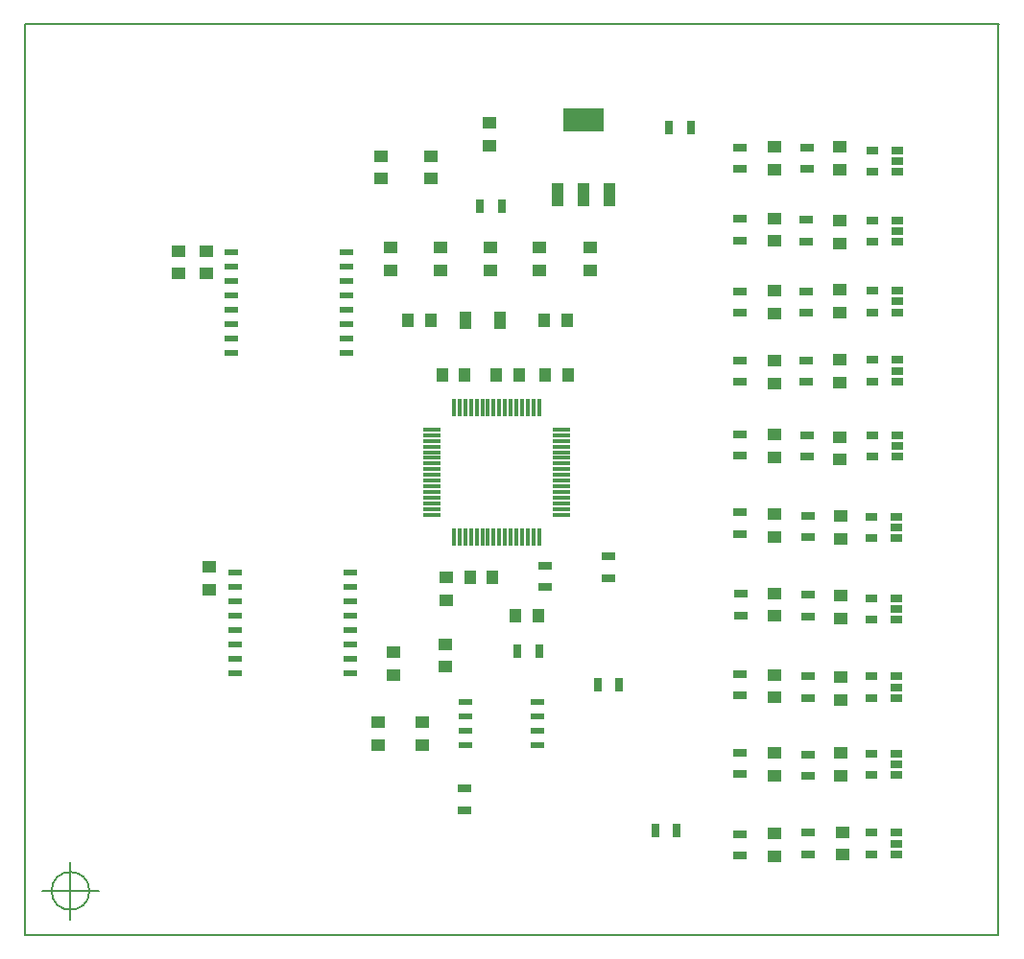
<source format=gbr>
G04 #@! TF.FileFunction,Paste,Top*
%FSLAX46Y46*%
G04 Gerber Fmt 4.6, Leading zero omitted, Abs format (unit mm)*
G04 Created by KiCad (PCBNEW 4.0.2-stable) date 30/10/2016 11:04:25*
%MOMM*%
G01*
G04 APERTURE LIST*
%ADD10C,0.100000*%
%ADD11C,0.150000*%
%ADD12R,1.143000X0.508000*%
%ADD13R,0.700000X1.300000*%
%ADD14R,1.500000X0.300000*%
%ADD15R,0.300000X1.500000*%
%ADD16R,1.250000X1.000000*%
%ADD17R,1.000000X1.250000*%
%ADD18R,1.300000X0.700000*%
%ADD19R,1.060000X0.650000*%
%ADD20R,3.657600X2.032000*%
%ADD21R,1.016000X2.032000*%
%ADD22R,1.000000X1.600000*%
G04 APERTURE END LIST*
D10*
D11*
X1666666Y0D02*
G75*
G03X1666666Y0I-1666666J0D01*
G01*
X-2500000Y0D02*
X2500000Y0D01*
X0Y2500000D02*
X0Y-2500000D01*
X-3985000Y76580000D02*
X81880000Y76580000D01*
X-3985000Y76580000D02*
X-3985000Y-3920000D01*
X81875000Y-3920000D02*
X81875000Y76580000D01*
X-3990000Y-3920000D02*
X81875000Y-3920000D01*
D12*
X41155000Y16685000D03*
X41155000Y15415000D03*
X41155000Y14145000D03*
X41155000Y12875000D03*
X34805000Y12875000D03*
X34805000Y14145000D03*
X34805000Y15415000D03*
X34805000Y16685000D03*
X14500000Y28125000D03*
X14500000Y26855000D03*
X14500000Y25585000D03*
X14500000Y24315000D03*
X14500000Y23045000D03*
X14500000Y21775000D03*
X14500000Y20505000D03*
X14500000Y19235000D03*
X24660000Y19235000D03*
X24660000Y20505000D03*
X24660000Y21775000D03*
X24660000Y23045000D03*
X24660000Y24315000D03*
X24660000Y25585000D03*
X24660000Y26855000D03*
X24660000Y28125000D03*
D13*
X36130000Y60480000D03*
X38030000Y60480000D03*
D12*
X14200000Y56425000D03*
X14200000Y55155000D03*
X14200000Y53885000D03*
X14200000Y52615000D03*
X14200000Y51345000D03*
X14200000Y50075000D03*
X14200000Y48805000D03*
X14200000Y47535000D03*
X24360000Y47535000D03*
X24360000Y48805000D03*
X24360000Y50075000D03*
X24360000Y51345000D03*
X24360000Y52615000D03*
X24360000Y53885000D03*
X24360000Y55155000D03*
X24360000Y56425000D03*
D14*
X43280000Y33230000D03*
X43280000Y33730000D03*
X43280000Y34230000D03*
X43280000Y34730000D03*
X43280000Y35230000D03*
X43280000Y35730000D03*
X43280000Y36230000D03*
X43280000Y36730000D03*
X43280000Y37230000D03*
X43280000Y37730000D03*
X43280000Y38230000D03*
X43280000Y38730000D03*
X43280000Y39230000D03*
X43280000Y39730000D03*
X43280000Y40230000D03*
X43280000Y40730000D03*
D15*
X41330000Y42680000D03*
X40830000Y42680000D03*
X40330000Y42680000D03*
X39830000Y42680000D03*
X39330000Y42680000D03*
X38830000Y42680000D03*
X38330000Y42680000D03*
X37830000Y42680000D03*
X37330000Y42680000D03*
X36830000Y42680000D03*
X36330000Y42680000D03*
X35830000Y42680000D03*
X35330000Y42680000D03*
X34830000Y42680000D03*
X34330000Y42680000D03*
X33830000Y42680000D03*
D14*
X31880000Y40730000D03*
X31880000Y40230000D03*
X31880000Y39730000D03*
X31880000Y39230000D03*
X31880000Y38730000D03*
X31880000Y38230000D03*
X31880000Y37730000D03*
X31880000Y37230000D03*
X31880000Y36730000D03*
X31880000Y36230000D03*
X31880000Y35730000D03*
X31880000Y35230000D03*
X31880000Y34730000D03*
X31880000Y34230000D03*
X31880000Y33730000D03*
X31880000Y33230000D03*
D15*
X33830000Y31280000D03*
X34330000Y31280000D03*
X34830000Y31280000D03*
X35330000Y31280000D03*
X35830000Y31280000D03*
X36330000Y31280000D03*
X36830000Y31280000D03*
X37330000Y31280000D03*
X37830000Y31280000D03*
X38330000Y31280000D03*
X38830000Y31280000D03*
X39330000Y31280000D03*
X39830000Y31280000D03*
X40330000Y31280000D03*
X40830000Y31280000D03*
X41330000Y31280000D03*
D16*
X62080000Y63680000D03*
X62080000Y65680000D03*
X67880000Y63680000D03*
X67880000Y65680000D03*
X62080000Y57380000D03*
X62080000Y59380000D03*
X67880000Y57180000D03*
X67880000Y59180000D03*
X62080000Y50980000D03*
X62080000Y52980000D03*
X67880000Y51080000D03*
X67880000Y53080000D03*
X62080000Y44780000D03*
X62080000Y46780000D03*
X67880000Y44880000D03*
X67880000Y46880000D03*
X62080000Y38280000D03*
X62080000Y40280000D03*
X67880000Y38080000D03*
X67880000Y40080000D03*
X62080000Y31280000D03*
X62080000Y33280000D03*
X67980000Y31080000D03*
X67980000Y33080000D03*
X62080000Y24280000D03*
X62080000Y26280000D03*
X67980000Y24080000D03*
X67980000Y26080000D03*
X62080000Y17080000D03*
X62080000Y19080000D03*
X67980000Y16880000D03*
X67980000Y18880000D03*
X62080000Y10180000D03*
X62080000Y12180000D03*
X67980000Y10180000D03*
X67980000Y12180000D03*
D17*
X41780000Y50380000D03*
X43780000Y50380000D03*
X37580000Y45580000D03*
X39580000Y45580000D03*
X29780000Y50380000D03*
X31780000Y50380000D03*
X34780000Y45580000D03*
X32780000Y45580000D03*
D16*
X33140000Y25680000D03*
X33140000Y27680000D03*
D17*
X37250000Y27680000D03*
X35250000Y27680000D03*
D16*
X27380000Y64880000D03*
X27380000Y62880000D03*
X31780000Y64880000D03*
X31780000Y62880000D03*
X41380000Y56780000D03*
X41380000Y54780000D03*
X45880000Y56780000D03*
X45880000Y54780000D03*
X28280000Y56780000D03*
X28280000Y54780000D03*
X32680000Y56780000D03*
X32680000Y54780000D03*
X37080000Y56780000D03*
X37080000Y54780000D03*
X36980000Y65780000D03*
X36980000Y67780000D03*
D18*
X59080000Y65630000D03*
X59080000Y63730000D03*
X64980000Y63730000D03*
X64980000Y65630000D03*
X59080000Y57430000D03*
X59080000Y59330000D03*
X64880000Y57330000D03*
X64880000Y59230000D03*
X59080000Y52930000D03*
X59080000Y51030000D03*
X64880000Y51030000D03*
X64880000Y52930000D03*
X59080000Y44930000D03*
X59080000Y46830000D03*
X64880000Y44930000D03*
X64880000Y46830000D03*
X59080000Y40330000D03*
X59080000Y38430000D03*
X64980000Y38330000D03*
X64980000Y40230000D03*
X59080000Y31530000D03*
X59080000Y33430000D03*
X65080000Y31230000D03*
X65080000Y33130000D03*
X59180000Y26230000D03*
X59180000Y24330000D03*
X65080000Y24230000D03*
X65080000Y26130000D03*
X59080000Y17230000D03*
X59080000Y19130000D03*
X65080000Y17030000D03*
X65080000Y18930000D03*
X59080000Y12230000D03*
X59080000Y10330000D03*
X65080000Y10130000D03*
X65080000Y12030000D03*
D19*
X72930000Y63480000D03*
X72930000Y64430000D03*
X72930000Y65380000D03*
X70730000Y65380000D03*
X70730000Y63480000D03*
X72930000Y57280000D03*
X72930000Y58230000D03*
X72930000Y59180000D03*
X70730000Y59180000D03*
X70730000Y57280000D03*
X72930000Y51080000D03*
X72930000Y52030000D03*
X72930000Y52980000D03*
X70730000Y52980000D03*
X70730000Y51080000D03*
X72930000Y44980000D03*
X72930000Y45930000D03*
X72930000Y46880000D03*
X70730000Y46880000D03*
X70730000Y44980000D03*
X72980000Y38330000D03*
X72980000Y39280000D03*
X72980000Y40230000D03*
X70780000Y40230000D03*
X70780000Y38330000D03*
X72880000Y31130000D03*
X72880000Y32080000D03*
X72880000Y33030000D03*
X70680000Y33030000D03*
X70680000Y31130000D03*
X72880000Y23930000D03*
X72880000Y24880000D03*
X72880000Y25830000D03*
X70680000Y25830000D03*
X70680000Y23930000D03*
X72880000Y17030000D03*
X72880000Y17980000D03*
X72880000Y18930000D03*
X70680000Y18930000D03*
X70680000Y17030000D03*
X72880000Y10230000D03*
X72880000Y11180000D03*
X72880000Y12130000D03*
X70680000Y12130000D03*
X70680000Y10230000D03*
D20*
X45280000Y68082000D03*
D21*
X45280000Y61478000D03*
X47566000Y61478000D03*
X42994000Y61478000D03*
D22*
X37880000Y50380000D03*
X34880000Y50380000D03*
D17*
X41280000Y24280000D03*
X39280000Y24280000D03*
D16*
X33080000Y21780000D03*
X33080000Y19780000D03*
X27180000Y12880000D03*
X27180000Y14880000D03*
D17*
X43880000Y45580000D03*
X41880000Y45580000D03*
D16*
X28480000Y21080000D03*
X28480000Y19080000D03*
X31000000Y12900000D03*
X31000000Y14900000D03*
D18*
X41880000Y26830000D03*
X41880000Y28730000D03*
D13*
X41330000Y21180000D03*
X39430000Y21180000D03*
D18*
X34780000Y9030000D03*
X34780000Y7130000D03*
X47480000Y27630000D03*
X47480000Y29530000D03*
D13*
X46530000Y18180000D03*
X48430000Y18180000D03*
X53470000Y5320000D03*
X51570000Y5320000D03*
D16*
X68080000Y3180000D03*
X68080000Y5180000D03*
X62080000Y3080000D03*
X62080000Y5080000D03*
D18*
X65080000Y5130000D03*
X65080000Y3230000D03*
X59080000Y5030000D03*
X59080000Y3130000D03*
D19*
X72880000Y3230000D03*
X72880000Y4180000D03*
X72880000Y5130000D03*
X70680000Y5130000D03*
X70680000Y3230000D03*
D13*
X54730000Y67380000D03*
X52830000Y67380000D03*
D16*
X12000000Y56500000D03*
X12000000Y54500000D03*
X9500000Y56500000D03*
X9500000Y54500000D03*
X12200000Y28600000D03*
X12200000Y26600000D03*
M02*

</source>
